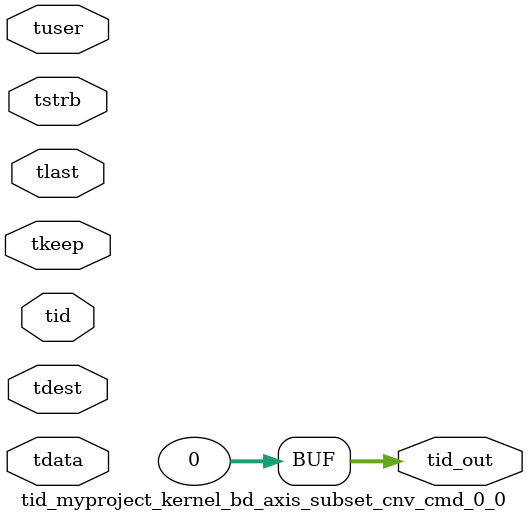
<source format=v>


`timescale 1ps/1ps

module tid_myproject_kernel_bd_axis_subset_cnv_cmd_0_0 #
(
parameter C_S_AXIS_TID_WIDTH   = 1,
parameter C_S_AXIS_TUSER_WIDTH = 0,
parameter C_S_AXIS_TDATA_WIDTH = 0,
parameter C_S_AXIS_TDEST_WIDTH = 0,
parameter C_M_AXIS_TID_WIDTH   = 32
)
(
input  [(C_S_AXIS_TID_WIDTH   == 0 ? 1 : C_S_AXIS_TID_WIDTH)-1:0       ] tid,
input  [(C_S_AXIS_TDATA_WIDTH == 0 ? 1 : C_S_AXIS_TDATA_WIDTH)-1:0     ] tdata,
input  [(C_S_AXIS_TUSER_WIDTH == 0 ? 1 : C_S_AXIS_TUSER_WIDTH)-1:0     ] tuser,
input  [(C_S_AXIS_TDEST_WIDTH == 0 ? 1 : C_S_AXIS_TDEST_WIDTH)-1:0     ] tdest,
input  [(C_S_AXIS_TDATA_WIDTH/8)-1:0 ] tkeep,
input  [(C_S_AXIS_TDATA_WIDTH/8)-1:0 ] tstrb,
input                                                                    tlast,
output [(C_M_AXIS_TID_WIDTH   == 0 ? 1 : C_M_AXIS_TID_WIDTH)-1:0       ] tid_out
);

assign tid_out = {1'b0};

endmodule


</source>
